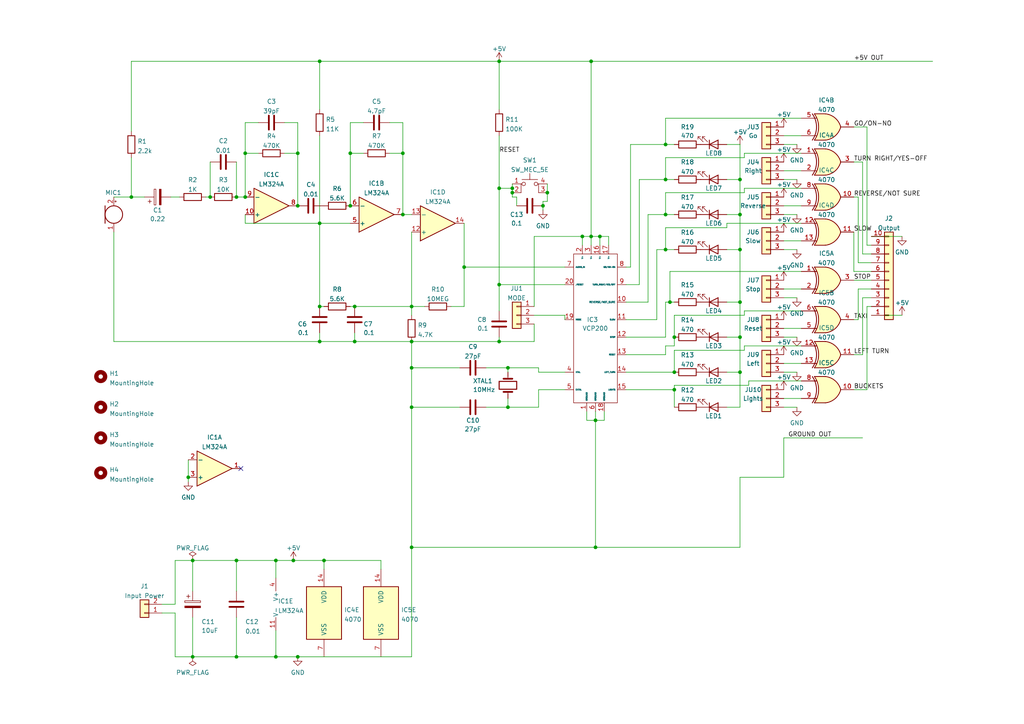
<source format=kicad_sch>
(kicad_sch (version 20211123) (generator eeschema)
  (paper "A4")
  (lib_symbols
    (symbol "4xxx:4070" (pin_names (offset 1.016))
      (property "Reference" "U" (at 0 1.27 0))
      (property "Value" "4070" (at 0 -1.27 0))
      (symbol "4070_1_0"
        (pin input line (at -7.62 2.54 0) (length 4.445) (name "~") (number "1"))
        (pin input line (at -7.62 -2.54 0) (length 4.445) (name "~") (number "2"))
        (pin output line (at 7.62 0 180) (length 3.81) (name "~") (number "3"))
      )
      (symbol "4070_2_0"
        (pin output line (at 7.62 0 180) (length 3.81) (name "~") (number "4"))
        (pin input line (at -7.62 2.54 0) (length 4.445) (name "~") (number "5"))
        (pin input line (at -7.62 -2.54 0) (length 4.445) (name "~") (number "6"))
      )
      (symbol "4070_3_0"
        (pin output line (at 7.62 0 180) (length 3.81) (name "~") (number "10"))
        (pin input line (at -7.62 2.54 0) (length 4.445) (name "~") (number "8"))
        (pin input line (at -7.62 -2.54 0) (length 4.445) (name "~") (number "9"))
      )
      (symbol "4070_4_0"
        (pin output line (at 7.62 0 180) (length 3.81) (name "~") (number "11"))
        (pin input line (at -7.62 2.54 0) (length 4.445) (name "~") (number "12"))
        (pin input line (at -7.62 -2.54 0) (length 4.445) (name "~") (number "13"))
      )
      (symbol "4070_5_0"
        (pin power_in line (at 0 12.7 270) (length 5.08) (name "VDD") (number "14"))
        (pin power_in line (at 0 -12.7 90) (length 5.08) (name "VSS") (number "7"))
      )
    )
    (symbol "Amplifier_Operational:LM324A" (pin_names (offset 0.127))
      (property "Reference" "U" (at 0 5.08 0))
      (property "Value" "LM324A" (at 0 -5.08 0))
      (symbol "LM324A_1_1"
        (pin output line (at 7.62 0 180) (length 2.54) (name "~") (number "1"))
        (pin input line (at -7.62 -2.54 0) (length 2.54) (name "-") (number "2"))
        (pin input line (at -7.62 2.54 0) (length 2.54) (name "+") (number "3"))
      )
      (symbol "LM324A_2_1"
        (pin input line (at -7.62 2.54 0) (length 2.54) (name "+") (number "5"))
        (pin input line (at -7.62 -2.54 0) (length 2.54) (name "-") (number "6"))
        (pin output line (at 7.62 0 180) (length 2.54) (name "~") (number "7"))
      )
      (symbol "LM324A_3_1"
        (pin input line (at -7.62 2.54 0) (length 2.54) (name "+") (number "10"))
        (pin output line (at 7.62 0 180) (length 2.54) (name "~") (number "8"))
        (pin input line (at -7.62 -2.54 0) (length 2.54) (name "-") (number "9"))
      )
      (symbol "LM324A_4_1"
        (pin input line (at -7.62 2.54 0) (length 2.54) (name "+") (number "12"))
        (pin input line (at -7.62 -2.54 0) (length 2.54) (name "-") (number "13"))
        (pin output line (at 7.62 0 180) (length 2.54) (name "~") (number "14"))
      )
      (symbol "LM324A_5_1"
        (pin power_in line (at -2.54 -7.62 90) (length 3.81) (name "V-") (number "11"))
        (pin power_in line (at -2.54 7.62 270) (length 3.81) (name "V+") (number "4"))
      )
    )
    (symbol "Connector_Generic:Conn_01x02" (pin_names (offset 1.016) hide)
      (property "Reference" "J" (at 0 2.54 0))
      (property "Value" "Conn_01x02" (at 0 -5.08 0))
      (symbol "Conn_01x02_1_1"
        (pin passive line (at -5.08 0 0) (length 3.81) (name "Pin_1") (number "1"))
        (pin passive line (at -5.08 -2.54 0) (length 3.81) (name "Pin_2") (number "2"))
      )
    )
    (symbol "Connector_Generic:Conn_01x03" (pin_names (offset 1.016) hide)
      (property "Reference" "J" (at 0 5.08 0))
      (property "Value" "Conn_01x03" (at 0 -5.08 0))
      (symbol "Conn_01x03_1_1"
        (pin passive line (at -5.08 2.54 0) (length 3.81) (name "Pin_1") (number "1"))
        (pin passive line (at -5.08 0 0) (length 3.81) (name "Pin_2") (number "2"))
        (pin passive line (at -5.08 -2.54 0) (length 3.81) (name "Pin_3") (number "3"))
      )
    )
    (symbol "Connector_Generic:Conn_01x10" (pin_names (offset 1.016) hide)
      (property "Reference" "J" (at 0 12.7 0))
      (property "Value" "Conn_01x10" (at 0 -15.24 0))
      (symbol "Conn_01x10_1_1"
        (pin passive line (at -5.08 10.16 0) (length 3.81) (name "Pin_1") (number "1"))
        (pin passive line (at -5.08 -12.7 0) (length 3.81) (name "Pin_10") (number "10"))
        (pin passive line (at -5.08 7.62 0) (length 3.81) (name "Pin_2") (number "2"))
        (pin passive line (at -5.08 5.08 0) (length 3.81) (name "Pin_3") (number "3"))
        (pin passive line (at -5.08 2.54 0) (length 3.81) (name "Pin_4") (number "4"))
        (pin passive line (at -5.08 0 0) (length 3.81) (name "Pin_5") (number "5"))
        (pin passive line (at -5.08 -2.54 0) (length 3.81) (name "Pin_6") (number "6"))
        (pin passive line (at -5.08 -5.08 0) (length 3.81) (name "Pin_7") (number "7"))
        (pin passive line (at -5.08 -7.62 0) (length 3.81) (name "Pin_8") (number "8"))
        (pin passive line (at -5.08 -10.16 0) (length 3.81) (name "Pin_9") (number "9"))
      )
    )
    (symbol "Device:C" (pin_numbers hide) (pin_names (offset 0.254))
      (property "Reference" "C" (at 0.635 2.54 0))
      (property "Value" "C" (at 0.635 -2.54 0))
      (symbol "C_1_1"
        (pin passive line (at 0 3.81 270) (length 2.794) (name "~") (number "1"))
        (pin passive line (at 0 -3.81 90) (length 2.794) (name "~") (number "2"))
      )
    )
    (symbol "Device:C_Polarized" (pin_numbers hide) (pin_names (offset 0.254))
      (property "Reference" "C" (at 0.635 2.54 0))
      (property "Value" "C_Polarized" (at 0.635 -2.54 0))
      (symbol "C_Polarized_1_1"
        (pin passive line (at 0 3.81 270) (length 2.794) (name "~") (number "1"))
        (pin passive line (at 0 -3.81 90) (length 2.794) (name "~") (number "2"))
      )
    )
    (symbol "Device:Crystal" (pin_numbers hide) (pin_names (offset 1.016) hide)
      (property "Reference" "Y" (at 0 3.81 0))
      (property "Value" "Crystal" (at 0 -3.81 0))
      (symbol "Crystal_1_1"
        (pin passive line (at -3.81 0 0) (length 1.27) (name "1") (number "1"))
        (pin passive line (at 3.81 0 180) (length 1.27) (name "2") (number "2"))
      )
    )
    (symbol "Device:LED" (pin_numbers hide) (pin_names (offset 1.016) hide)
      (property "Reference" "D" (at 0 2.54 0))
      (property "Value" "LED" (at 0 -2.54 0))
      (symbol "LED_1_1"
        (pin passive line (at -3.81 0 0) (length 2.54) (name "K") (number "1"))
        (pin passive line (at 3.81 0 180) (length 2.54) (name "A") (number "2"))
      )
    )
    (symbol "Device:Microphone" (pin_names (offset 0.0254) hide)
      (property "Reference" "MK" (at -3.81 1.27 0))
      (property "Value" "Microphone" (at -3.81 -0.635 0))
      (symbol "Microphone_1_1"
        (pin passive line (at 0 -5.08 90) (length 2.54) (name "-") (number "1"))
        (pin passive line (at 0 5.08 270) (length 2.54) (name "+") (number "2"))
      )
    )
    (symbol "Device:R" (pin_numbers hide) (pin_names (offset 0))
      (property "Reference" "R" (at 2.032 0 90))
      (property "Value" "R" (at 0 0 90))
      (symbol "R_1_1"
        (pin passive line (at 0 3.81 270) (length 1.27) (name "~") (number "1"))
        (pin passive line (at 0 -3.81 90) (length 1.27) (name "~") (number "2"))
      )
    )
    (symbol "Evan's misc parts:VCP200"
      (property "Reference" "U" (at 0 0 0))
      (property "Value" "VCP200" (at 0 -2.54 0))
      (symbol "VCP200_1_1"
        (pin power_in line (at -2.54 -26.67 90) (length 2.54) (name "GROUND") (number "1"))
        (pin output line (at 8.89 5.08 180) (length 2.54) (name "REVERSE/NOT_SURE") (number "10"))
        (pin output line (at 8.89 0 180) (length 2.54) (name "SLOW") (number "11"))
        (pin output line (at 8.89 -5.08 180) (length 2.54) (name "STOP") (number "12"))
        (pin output line (at 8.89 -10.16 180) (length 2.54) (name "RESET") (number "13"))
        (pin output line (at 8.89 -15.24 180) (length 2.54) (name "LEFT_TURN") (number "14"))
        (pin output line (at 8.89 -20.32 180) (length 2.54) (name "LIGHTS") (number "15"))
        (pin power_in line (at 1.27 21.59 270) (length 2.54) (name "V+") (number "16"))
        (pin power_in line (at 3.81 21.59 270) (length 2.54) (name "V+") (number "17"))
        (pin power_in line (at 2.54 -26.67 90) (length 2.54) (name "GROUND") (number "18"))
        (pin input line (at -8.89 0 0) (length 2.54) (name "MODE") (number "19"))
        (pin power_in line (at -3.81 21.59 270) (length 2.54) (name "V+") (number "2"))
        (pin input line (at -8.89 10.16 0) (length 2.54) (name "/RESET") (number "20"))
        (pin power_in line (at -1.27 21.59 270) (length 2.54) (name "V+") (number "3"))
        (pin bidirectional line (at -8.89 -15.24 0) (length 2.54) (name "XTAL") (number "4"))
        (pin bidirectional line (at -8.89 -20.32 0) (length 2.54) (name "EXTAL") (number "5"))
        (pin power_in line (at 0 -26.67 90) (length 2.54) (name "GROUND") (number "6"))
        (pin input line (at -8.89 15.24 0) (length 2.54) (name "AUDIO_IN") (number "7"))
        (pin output line (at 8.89 15.24 180) (length 2.54) (name "GO/NO-ON") (number "8"))
        (pin output line (at 8.89 10.16 180) (length 2.54) (name "TURN_RIGHT/YES/OFF") (number "9"))
      )
    )
    (symbol "Mechanical:MountingHole" (pin_names (offset 1.016))
      (property "Reference" "H" (at 0 5.08 0))
      (property "Value" "MountingHole" (at 0 3.175 0))
    )
    (symbol "Switch:SW_MEC_5E" (pin_names (offset 1.016) hide)
      (property "Reference" "SW" (at 0.635 5.715 0))
      (property "Value" "SW_MEC_5E" (at 0 -3.175 0))
      (symbol "SW_MEC_5E_0_1"
        (pin passive line (at -5.08 2.54 0) (length 2.54) (name "1") (number "1"))
        (pin passive line (at -5.08 0 0) (length 2.54) (name "2") (number "2"))
        (pin passive line (at 5.08 0 180) (length 2.54) (name "K") (number "3"))
        (pin passive line (at 5.08 2.54 180) (length 2.54) (name "A") (number "4"))
      )
    )
    (symbol "power:+5V" (power) (pin_names (offset 0))
      (property "Value" "+5V" (at 0 3.556 0))
      (symbol "+5V_1_1"
        (pin power_in line (at 0 0 90) (length 0) hide (name "+5V") (number "1"))
      )
    )
    (symbol "power:GND" (power) (pin_names (offset 0))
      (property "Value" "GND" (at 0 -3.81 0))
      (symbol "GND_1_1"
        (pin power_in line (at 0 0 270) (length 0) hide (name "GND") (number "1"))
      )
    )
    (symbol "power:PWR_FLAG" (power) (pin_numbers hide) (pin_names (offset 0) hide)
      (property "Value" "PWR_FLAG" (at 0 3.81 0))
      (symbol "PWR_FLAG_0_0"
        (pin power_out line (at 0 0 90) (length 0) (name "pwr") (number "1"))
      )
    )
  )
  (junction (at 68.58 57.15))
  (junction (at 214.63 97.79))
  (junction (at 193.04 62.23))
  (junction (at 158.75 55.88))
  (junction (at 214.63 52.07))
  (junction (at 144.78 82.55))
  (junction (at 134.62 77.47))
  (junction (at 193.04 41.91))
  (junction (at 195.58 97.79))
  (junction (at 171.45 17.78))
  (junction (at 147.32 118.11))
  (junction (at 119.38 99.06))
  (junction (at 86.36 190.5))
  (junction (at 92.71 88.9))
  (junction (at 195.58 113.03))
  (junction (at 86.36 44.45))
  (junction (at 193.04 72.39))
  (junction (at 92.71 64.77))
  (junction (at 214.63 87.63))
  (junction (at 55.88 190.5))
  (junction (at 60.96 57.15))
  (junction (at 80.01 162.56))
  (junction (at 102.87 88.9))
  (junction (at 193.04 52.07))
  (junction (at 172.72 121.92))
  (junction (at 116.84 44.45))
  (junction (at 214.63 107.95))
  (junction (at 68.58 190.5))
  (junction (at 157.48 59.69))
  (junction (at 92.71 17.78))
  (junction (at 194.31 87.63))
  (junction (at 173.99 68.58))
  (junction (at 102.87 99.06))
  (junction (at 68.58 162.56))
  (junction (at 214.63 62.23))
  (junction (at 195.58 107.95))
  (junction (at 54.61 138.43))
  (junction (at 171.45 68.58))
  (junction (at 214.63 72.39))
  (junction (at 119.38 88.9))
  (junction (at 71.12 57.15))
  (junction (at 101.6 44.45))
  (junction (at 86.36 59.69))
  (junction (at 80.01 190.5))
  (junction (at 116.84 62.23))
  (junction (at 172.72 158.75))
  (junction (at 71.12 44.45))
  (junction (at 148.59 55.88))
  (junction (at 55.88 162.56))
  (junction (at 119.38 106.68))
  (junction (at 101.6 59.69))
  (junction (at 168.91 68.58))
  (junction (at 38.1 57.15))
  (junction (at 119.38 118.11))
  (junction (at 147.32 106.68))
  (junction (at 144.78 54.61))
  (junction (at 144.78 99.06))
  (junction (at 92.71 99.06))
  (junction (at 144.78 17.78))
  (junction (at 93.98 162.56))
  (junction (at 85.09 162.56))
  (junction (at 119.38 158.75))
  (junction (at 148.59 54.61))
  (no_connect (at 69.85 135.89))
  (wire (pts (xy 82.55 44.45) (xy 86.36 44.45)))
  (wire (pts (xy 140.97 118.11) (xy 147.32 118.11)))
  (wire (pts (xy 80.01 162.56) (xy 80.01 167.64)))
  (wire (pts (xy 193.04 100.33) (xy 193.04 102.87)))
  (wire (pts (xy 144.78 31.75) (xy 144.78 17.78)))
  (wire (pts (xy 214.63 87.63) (xy 214.63 97.79)))
  (wire (pts (xy 247.65 92.71) (xy 248.92 92.71)))
  (wire (pts (xy 170.18 119.38) (xy 170.18 121.92)))
  (wire (pts (xy 193.04 45.72) (xy 193.04 52.07)))
  (wire (pts (xy 172.72 121.92) (xy 172.72 158.75)))
  (wire (pts (xy 215.9 55.88) (xy 193.04 55.88)))
  (wire (pts (xy 251.46 88.9) (xy 251.46 113.03)))
  (wire (pts (xy 119.38 158.75) (xy 119.38 190.5)))
  (wire (pts (xy 227.33 83.82) (xy 232.41 83.82)))
  (wire (pts (xy 101.6 59.69) (xy 101.6 44.45)))
  (wire (pts (xy 251.46 71.12) (xy 251.46 36.83)))
  (wire (pts (xy 68.58 190.5) (xy 55.88 190.5)))
  (wire (pts (xy 195.58 41.91) (xy 193.04 41.91)))
  (wire (pts (xy 195.58 118.11) (xy 195.58 113.03)))
  (wire (pts (xy 250.19 46.99) (xy 250.19 73.66)))
  (wire (pts (xy 215.9 101.6) (xy 195.58 101.6)))
  (wire (pts (xy 33.02 99.06) (xy 92.71 99.06)))
  (wire (pts (xy 193.04 72.39) (xy 190.5 72.39)))
  (wire (pts (xy 173.99 68.58) (xy 173.99 71.12)))
  (wire (pts (xy 119.38 88.9) (xy 123.19 88.9)))
  (wire (pts (xy 250.19 86.36) (xy 250.19 102.87)))
  (wire (pts (xy 46.99 175.26) (xy 50.8 175.26)))
  (wire (pts (xy 86.36 190.5) (xy 119.38 190.5)))
  (wire (pts (xy 190.5 72.39) (xy 190.5 92.71)))
  (wire (pts (xy 50.8 177.8) (xy 50.8 190.5)))
  (wire (pts (xy 101.6 44.45) (xy 101.6 35.56)))
  (wire (pts (xy 144.78 82.55) (xy 163.83 82.55)))
  (wire (pts (xy 163.83 107.95) (xy 156.21 107.95)))
  (wire (pts (xy 215.9 44.45) (xy 215.9 45.72)))
  (wire (pts (xy 144.78 54.61) (xy 148.59 54.61)))
  (wire (pts (xy 176.53 68.58) (xy 176.53 71.12)))
  (wire (pts (xy 113.03 35.56) (xy 116.84 35.56)))
  (wire (pts (xy 175.26 121.92) (xy 172.72 121.92)))
  (wire (pts (xy 248.92 83.82) (xy 248.92 92.71)))
  (wire (pts (xy 157.48 58.42) (xy 158.75 58.42)))
  (wire (pts (xy 147.32 106.68) (xy 147.32 107.95)))
  (wire (pts (xy 193.04 87.63) (xy 193.04 97.79)))
  (wire (pts (xy 195.58 113.03) (xy 181.61 113.03)))
  (wire (pts (xy 215.9 54.61) (xy 215.9 55.88)))
  (wire (pts (xy 195.58 62.23) (xy 193.04 62.23)))
  (wire (pts (xy 116.84 35.56) (xy 116.84 44.45)))
  (wire (pts (xy 182.88 77.47) (xy 181.61 77.47)))
  (wire (pts (xy 227.33 105.41) (xy 232.41 105.41)))
  (wire (pts (xy 92.71 88.9) (xy 93.98 88.9)))
  (wire (pts (xy 210.82 66.04) (xy 193.04 66.04)))
  (wire (pts (xy 163.83 91.44) (xy 163.83 92.71)))
  (wire (pts (xy 119.38 118.11) (xy 133.35 118.11)))
  (wire (pts (xy 252.73 78.74) (xy 247.65 78.74)))
  (wire (pts (xy 252.73 71.12) (xy 251.46 71.12)))
  (wire (pts (xy 227.33 41.91) (xy 231.14 41.91)))
  (wire (pts (xy 134.62 64.77) (xy 134.62 77.47)))
  (wire (pts (xy 156.21 118.11) (xy 147.32 118.11)))
  (wire (pts (xy 93.98 162.56) (xy 93.98 165.1)))
  (wire (pts (xy 227.33 39.37) (xy 232.41 39.37)))
  (wire (pts (xy 156.21 113.03) (xy 156.21 118.11)))
  (wire (pts (xy 154.94 88.9) (xy 154.94 68.58)))
  (wire (pts (xy 119.38 99.06) (xy 119.38 106.68)))
  (wire (pts (xy 170.18 121.92) (xy 172.72 121.92)))
  (wire (pts (xy 80.01 190.5) (xy 86.36 190.5)))
  (wire (pts (xy 102.87 96.52) (xy 102.87 99.06)))
  (wire (pts (xy 130.81 88.9) (xy 134.62 88.9)))
  (wire (pts (xy 50.8 175.26) (xy 50.8 162.56)))
  (wire (pts (xy 54.61 138.43) (xy 54.61 139.7)))
  (wire (pts (xy 194.31 78.74) (xy 194.31 87.63)))
  (wire (pts (xy 232.41 78.74) (xy 194.31 78.74)))
  (wire (pts (xy 102.87 99.06) (xy 119.38 99.06)))
  (wire (pts (xy 71.12 35.56) (xy 71.12 44.45)))
  (wire (pts (xy 252.73 83.82) (xy 248.92 83.82)))
  (wire (pts (xy 92.71 39.37) (xy 92.71 64.77)))
  (wire (pts (xy 250.19 73.66) (xy 252.73 73.66)))
  (wire (pts (xy 193.04 97.79) (xy 181.61 97.79)))
  (wire (pts (xy 215.9 90.17) (xy 215.9 91.44)))
  (wire (pts (xy 227.33 86.36) (xy 231.14 86.36)))
  (wire (pts (xy 134.62 77.47) (xy 163.83 77.47)))
  (wire (pts (xy 119.38 158.75) (xy 172.72 158.75)))
  (wire (pts (xy 55.88 162.56) (xy 68.58 162.56)))
  (wire (pts (xy 68.58 179.07) (xy 68.58 190.5)))
  (wire (pts (xy 68.58 162.56) (xy 68.58 171.45)))
  (wire (pts (xy 55.88 162.56) (xy 55.88 171.45)))
  (wire (pts (xy 68.58 46.99) (xy 68.58 57.15)))
  (wire (pts (xy 59.69 57.15) (xy 60.96 57.15)))
  (wire (pts (xy 86.36 44.45) (xy 86.36 59.69)))
  (wire (pts (xy 119.38 106.68) (xy 133.35 106.68)))
  (wire (pts (xy 158.75 55.88) (xy 158.75 58.42)))
  (wire (pts (xy 215.9 91.44) (xy 195.58 91.44)))
  (wire (pts (xy 93.98 162.56) (xy 85.09 162.56)))
  (wire (pts (xy 92.71 64.77) (xy 92.71 88.9)))
  (wire (pts (xy 252.73 86.36) (xy 250.19 86.36)))
  (wire (pts (xy 101.6 35.56) (xy 105.41 35.56)))
  (wire (pts (xy 38.1 57.15) (xy 41.91 57.15)))
  (wire (pts (xy 193.04 62.23) (xy 187.96 62.23)))
  (wire (pts (xy 195.58 87.63) (xy 194.31 87.63)))
  (wire (pts (xy 227.33 59.69) (xy 232.41 59.69)))
  (wire (pts (xy 80.01 190.5) (xy 68.58 190.5)))
  (wire (pts (xy 71.12 64.77) (xy 92.71 64.77)))
  (wire (pts (xy 215.9 45.72) (xy 193.04 45.72)))
  (wire (pts (xy 49.53 57.15) (xy 52.07 57.15)))
  (wire (pts (xy 144.78 17.78) (xy 171.45 17.78)))
  (wire (pts (xy 247.65 78.74) (xy 247.65 67.31)))
  (wire (pts (xy 82.55 35.56) (xy 86.36 35.56)))
  (wire (pts (xy 149.86 57.15) (xy 148.59 57.15)))
  (wire (pts (xy 247.65 57.15) (xy 248.92 57.15)))
  (wire (pts (xy 148.59 57.15) (xy 148.59 55.88)))
  (wire (pts (xy 232.41 64.77) (xy 210.82 64.77)))
  (wire (pts (xy 190.5 92.71) (xy 181.61 92.71)))
  (wire (pts (xy 227.33 127) (xy 250.19 127)))
  (wire (pts (xy 193.04 41.91) (xy 182.88 41.91)))
  (wire (pts (xy 156.21 107.95) (xy 156.21 106.68)))
  (wire (pts (xy 149.86 59.69) (xy 149.86 57.15)))
  (wire (pts (xy 50.8 162.56) (xy 55.88 162.56)))
  (wire (pts (xy 247.65 46.99) (xy 250.19 46.99)))
  (wire (pts (xy 227.33 72.39) (xy 231.14 72.39)))
  (wire (pts (xy 171.45 68.58) (xy 171.45 71.12)))
  (wire (pts (xy 214.63 52.07) (xy 210.82 52.07)))
  (wire (pts (xy 195.58 91.44) (xy 195.58 97.79)))
  (wire (pts (xy 214.63 138.43) (xy 214.63 158.75)))
  (wire (pts (xy 86.36 35.56) (xy 86.36 44.45)))
  (wire (pts (xy 227.33 118.11) (xy 231.14 118.11)))
  (wire (pts (xy 33.02 57.15) (xy 38.1 57.15)))
  (wire (pts (xy 232.41 110.49) (xy 217.17 110.49)))
  (wire (pts (xy 154.94 91.44) (xy 163.83 91.44)))
  (wire (pts (xy 147.32 115.57) (xy 147.32 118.11)))
  (wire (pts (xy 214.63 52.07) (xy 214.63 62.23)))
  (wire (pts (xy 101.6 44.45) (xy 105.41 44.45)))
  (wire (pts (xy 252.73 88.9) (xy 251.46 88.9)))
  (wire (pts (xy 195.58 100.33) (xy 193.04 100.33)))
  (wire (pts (xy 214.63 62.23) (xy 214.63 72.39)))
  (wire (pts (xy 227.33 115.57) (xy 232.41 115.57)))
  (wire (pts (xy 116.84 62.23) (xy 116.84 44.45)))
  (wire (pts (xy 110.49 165.1) (xy 110.49 162.56)))
  (wire (pts (xy 157.48 58.42) (xy 157.48 59.69)))
  (wire (pts (xy 215.9 100.33) (xy 215.9 101.6)))
  (wire (pts (xy 156.21 106.68) (xy 147.32 106.68)))
  (wire (pts (xy 168.91 68.58) (xy 171.45 68.58)))
  (wire (pts (xy 60.96 46.99) (xy 60.96 57.15)))
  (wire (pts (xy 38.1 17.78) (xy 92.71 17.78)))
  (wire (pts (xy 173.99 68.58) (xy 176.53 68.58)))
  (wire (pts (xy 38.1 38.1) (xy 38.1 17.78)))
  (wire (pts (xy 227.33 62.23) (xy 231.14 62.23)))
  (wire (pts (xy 185.42 52.07) (xy 185.42 82.55)))
  (wire (pts (xy 214.63 107.95) (xy 210.82 107.95)))
  (wire (pts (xy 154.94 68.58) (xy 168.91 68.58)))
  (wire (pts (xy 33.02 67.31) (xy 33.02 99.06)))
  (wire (pts (xy 214.63 72.39) (xy 214.63 87.63)))
  (wire (pts (xy 227.33 52.07) (xy 231.14 52.07)))
  (wire (pts (xy 195.58 111.76) (xy 195.58 113.03)))
  (wire (pts (xy 217.17 110.49) (xy 217.17 111.76)))
  (wire (pts (xy 195.58 72.39) (xy 193.04 72.39)))
  (wire (pts (xy 193.04 66.04) (xy 193.04 72.39)))
  (wire (pts (xy 252.73 91.44) (xy 261.62 91.44)))
  (wire (pts (xy 227.33 138.43) (xy 214.63 138.43)))
  (wire (pts (xy 157.48 59.69) (xy 157.48 60.96)))
  (wire (pts (xy 119.38 67.31) (xy 119.38 88.9)))
  (wire (pts (xy 214.63 62.23) (xy 210.82 62.23)))
  (wire (pts (xy 144.78 39.37) (xy 144.78 54.61)))
  (wire (pts (xy 171.45 17.78) (xy 171.45 68.58)))
  (wire (pts (xy 71.12 62.23) (xy 71.12 64.77)))
  (wire (pts (xy 54.61 133.35) (xy 54.61 138.43)))
  (wire (pts (xy 74.93 35.56) (xy 71.12 35.56)))
  (wire (pts (xy 46.99 177.8) (xy 50.8 177.8)))
  (wire (pts (xy 101.6 88.9) (xy 102.87 88.9)))
  (wire (pts (xy 80.01 162.56) (xy 85.09 162.56)))
  (wire (pts (xy 110.49 162.56) (xy 93.98 162.56)))
  (wire (pts (xy 247.65 102.87) (xy 250.19 102.87)))
  (wire (pts (xy 214.63 158.75) (xy 172.72 158.75)))
  (wire (pts (xy 55.88 190.5) (xy 55.88 179.07)))
  (wire (pts (xy 134.62 77.47) (xy 134.62 88.9)))
  (wire (pts (xy 232.41 100.33) (xy 215.9 100.33)))
  (wire (pts (xy 171.45 17.78) (xy 270.51 17.78)))
  (wire (pts (xy 68.58 162.56) (xy 80.01 162.56)))
  (wire (pts (xy 252.73 76.2) (xy 248.92 76.2)))
  (wire (pts (xy 227.33 95.25) (xy 232.41 95.25)))
  (wire (pts (xy 232.41 90.17) (xy 215.9 90.17)))
  (wire (pts (xy 182.88 41.91) (xy 182.88 77.47)))
  (wire (pts (xy 247.65 113.03) (xy 251.46 113.03)))
  (wire (pts (xy 119.38 88.9) (xy 119.38 91.44)))
  (wire (pts (xy 232.41 54.61) (xy 215.9 54.61)))
  (wire (pts (xy 92.71 17.78) (xy 92.71 31.75)))
  (wire (pts (xy 210.82 41.91) (xy 214.63 41.91)))
  (wire (pts (xy 92.71 64.77) (xy 101.6 64.77)))
  (wire (pts (xy 232.41 34.29) (xy 193.04 34.29)))
  (wire (pts (xy 194.31 87.63) (xy 193.04 87.63)))
  (wire (pts (xy 227.33 97.79) (xy 231.14 97.79)))
  (wire (pts (xy 214.63 41.91) (xy 214.63 52.07)))
  (wire (pts (xy 195.58 107.95) (xy 181.61 107.95)))
  (wire (pts (xy 71.12 57.15) (xy 68.58 57.15)))
  (wire (pts (xy 140.97 106.68) (xy 147.32 106.68)))
  (wire (pts (xy 217.17 111.76) (xy 195.58 111.76)))
  (wire (pts (xy 116.84 44.45) (xy 113.03 44.45)))
  (wire (pts (xy 144.78 54.61) (xy 144.78 82.55)))
  (wire (pts (xy 172.72 121.92) (xy 172.72 119.38)))
  (wire (pts (xy 102.87 88.9) (xy 119.38 88.9)))
  (wire (pts (xy 181.61 102.87) (xy 193.04 102.87)))
  (wire (pts (xy 175.26 119.38) (xy 175.26 121.92)))
  (wire (pts (xy 214.63 97.79) (xy 210.82 97.79)))
  (wire (pts (xy 154.94 93.98) (xy 154.94 99.06)))
  (wire (pts (xy 119.38 99.06) (xy 144.78 99.06)))
  (wire (pts (xy 171.45 68.58) (xy 173.99 68.58)))
  (wire (pts (xy 144.78 82.55) (xy 144.78 90.17)))
  (wire (pts (xy 227.33 107.95) (xy 231.14 107.95)))
  (wire (pts (xy 148.59 53.34) (xy 148.59 54.61)))
  (wire (pts (xy 92.71 99.06) (xy 102.87 99.06)))
  (wire (pts (xy 144.78 99.06) (xy 154.94 99.06)))
  (wire (pts (xy 187.96 62.23) (xy 187.96 87.63)))
  (wire (pts (xy 214.63 72.39) (xy 210.82 72.39)))
  (wire (pts (xy 195.58 101.6) (xy 195.58 107.95)))
  (wire (pts (xy 227.33 127) (xy 227.33 138.43)))
  (wire (pts (xy 144.78 97.79) (xy 144.78 99.06)))
  (wire (pts (xy 163.83 113.03) (xy 156.21 113.03)))
  (wire (pts (xy 119.38 106.68) (xy 119.38 118.11)))
  (wire (pts (xy 148.59 54.61) (xy 148.59 55.88)))
  (wire (pts (xy 193.04 55.88) (xy 193.04 62.23)))
  (wire (pts (xy 92.71 96.52) (xy 92.71 99.06)))
  (wire (pts (xy 232.41 44.45) (xy 215.9 44.45)))
  (wire (pts (xy 214.63 118.11) (xy 210.82 118.11)))
  (wire (pts (xy 214.63 107.95) (xy 214.63 118.11)))
  (wire (pts (xy 193.04 34.29) (xy 193.04 41.91)))
  (wire (pts (xy 248.92 76.2) (xy 248.92 57.15)))
  (wire (pts (xy 119.38 62.23) (xy 116.84 62.23)))
  (wire (pts (xy 38.1 57.15) (xy 38.1 45.72)))
  (wire (pts (xy 195.58 97.79) (xy 195.58 100.33)))
  (wire (pts (xy 119.38 118.11) (xy 119.38 158.75)))
  (wire (pts (xy 214.63 97.79) (xy 214.63 107.95)))
  (wire (pts (xy 195.58 52.07) (xy 193.04 52.07)))
  (wire (pts (xy 210.82 64.77) (xy 210.82 66.04)))
  (wire (pts (xy 71.12 44.45) (xy 74.93 44.45)))
  (wire (pts (xy 80.01 182.88) (xy 80.01 190.5)))
  (wire (pts (xy 193.04 52.07) (xy 185.42 52.07)))
  (wire (pts (xy 247.65 81.28) (xy 252.73 81.28)))
  (wire (pts (xy 247.65 36.83) (xy 251.46 36.83)))
  (wire (pts (xy 168.91 68.58) (xy 168.91 71.12)))
  (wire (pts (xy 71.12 57.15) (xy 71.12 44.45)))
  (wire (pts (xy 185.42 82.55) (xy 181.61 82.55)))
  (wire (pts (xy 158.75 53.34) (xy 158.75 55.88)))
  (wire (pts (xy 187.96 87.63) (xy 181.61 87.63)))
  (wire (pts (xy 50.8 190.5) (xy 55.88 190.5)))
  (wire (pts (xy 227.33 49.53) (xy 232.41 49.53)))
  (wire (pts (xy 227.33 69.85) (xy 232.41 69.85)))
  (wire (pts (xy 252.73 68.58) (xy 261.62 68.58)))
  (wire (pts (xy 214.63 87.63) (xy 210.82 87.63)))
  (wire (pts (xy 144.78 17.78) (xy 92.71 17.78)))
  (label "TAXI" (at 247.65 92.71 0))
  (label "BUCKETS" (at 247.65 113.03 0))
  (label "GO{slash}ON-NO" (at 247.65 36.83 0))
  (label "SLOW" (at 247.65 67.31 0))
  (label "TURN RIGHT{slash}YES-OFF" (at 247.65 46.99 0))
  (label "+5V OUT" (at 247.65 17.78 0))
  (label "RESET" (at 144.78 44.45 0))
  (label "LEFT TURN" (at 247.65 102.87 0))
  (label "REVERSE{slash}NOT SURE" (at 247.65 57.15 0))
  (label "GROUND OUT" (at 228.6 127 0))
  (label "STOP" (at 247.65 81.28 0))
  (symbol (lib_id "Amplifier_Operational:LM324A") (at 78.74 59.69 0) (mirror x) (unit 3)
    (property "Reference" "IC1" (at 78.74 50.6435 0))
    (property "Value" "LM324A" (at 78.74 53.4186 0))
    (property "Footprint" "Package_DIP:DIP-14_W7.62mm" (effects hide))
    (property "Datasheet" "http://www.ti.com/lit/ds/symlink/lm2902-n.pdf" (effects hide))
  )
  (symbol (lib_id "Device:LED") (at 207.01 41.91 0) (mirror x) (unit 1)
    (property "Reference" "LED8" (at 207.01 44.45 0))
    (property "Value" "LED" (effects hide))
    (property "Footprint" "LED_SMD:LED_0603_1608Metric" (effects hide))
  )
  (symbol (lib_id "power:+5V") (at 227.33 46.99 0) (unit 1)
    (property "Reference" "#PWR0114" (effects hide))
    (property "Value" "+5V" (at 227.33 43.3855 0))
  )
  (symbol (lib_id "Device:C") (at 64.77 46.99 90) (unit 1)
    (property "Reference" "C2" (at 64.77 40.8645 90))
    (property "Value" "0.01" (at 64.77 43.6396 90))
    (property "Footprint" "Capacitor_THT:C_Disc_D4.3mm_W1.9mm_P5.00mm" (effects hide))
  )
  (symbol (lib_id "Device:R") (at 199.39 118.11 90) (unit 1)
    (property "Reference" "R12" (at 199.39 113.1275 90))
    (property "Value" "470" (at 199.39 115.9026 90))
    (property "Footprint" "Resistor_SMD:R_0603_1608Metric" (effects hide))
  )
  (symbol (lib_id "power:GND") (at 54.61 139.7 0) (unit 1)
    (property "Reference" "#PWR0101" (effects hide))
    (property "Value" "GND" (at 54.61 144.2625 0))
  )
  (symbol (lib_id "Device:R") (at 127 88.9 90) (unit 1)
    (property "Reference" "R10" (at 127 83.9175 90))
    (property "Value" "10MEG" (at 127 86.6926 90))
    (property "Footprint" "Resistor_THT:R_Axial_DIN0207_L6.3mm_D2.5mm_P10.16mm_Horizontal" (effects hide))
  )
  (symbol (lib_id "Switch:SW_MEC_5E") (at 153.67 55.88 0) (unit 1)
    (property "Reference" "SW1" (at 153.67 46.4525 0))
    (property "Value" "SW_MEC_5E" (at 153.67 49.2276 0))
    (property "Footprint" "Button_Switch_THT:SW_TH_Tactile_Omron_B3F-10xx" (effects hide))
    (property "Datasheet" "http://www.apem.com/int/index.php?controller=attachment&id_attachment=1371" (effects hide))
  )
  (symbol (lib_id "Connector_Generic:Conn_01x03") (at 222.25 95.25 0) (mirror y) (unit 1)
    (property "Reference" "JU8" (at 218.44 92.71 0))
    (property "Value" "Reset" (at 218.44 95.25 0))
    (property "Footprint" "Connector_PinHeader_2.54mm:PinHeader_1x03_P2.54mm_Vertical" (effects hide))
  )
  (symbol (lib_id "power:GND") (at 231.14 118.11 0) (unit 1)
    (property "Reference" "#PWR0123" (effects hide))
    (property "Value" "GND" (at 231.14 122.6725 0))
  )
  (symbol (lib_id "Device:R") (at 78.74 44.45 90) (unit 1)
    (property "Reference" "R4" (at 78.74 39.4675 90))
    (property "Value" "470K" (at 78.74 42.2426 90))
    (property "Footprint" "Resistor_THT:R_Axial_DIN0207_L6.3mm_D2.5mm_P10.16mm_Horizontal" (effects hide))
  )
  (symbol (lib_id "Device:C") (at 90.17 59.69 90) (unit 1)
    (property "Reference" "C4" (at 90.17 53.5645 90))
    (property "Value" "0.01" (at 90.17 56.3396 90))
    (property "Footprint" "Capacitor_THT:C_Disc_D4.3mm_W1.9mm_P5.00mm" (effects hide))
  )
  (symbol (lib_id "power:+5V") (at 227.33 67.31 0) (unit 1)
    (property "Reference" "#PWR0112" (effects hide))
    (property "Value" "+5V" (at 227.33 63.7055 0))
  )
  (symbol (lib_id "power:GND") (at 261.62 68.58 0) (unit 1)
    (property "Reference" "#PWR0105" (effects hide))
    (property "Value" "GND" (at 261.62 73.1425 0))
  )
  (symbol (lib_id "Device:R") (at 55.88 57.15 90) (unit 1)
    (property "Reference" "R2" (at 55.88 52.1675 90))
    (property "Value" "1K" (at 55.88 54.9426 90))
    (property "Footprint" "Resistor_THT:R_Axial_DIN0207_L6.3mm_D2.5mm_P10.16mm_Horizontal" (effects hide))
  )
  (symbol (lib_id "Mechanical:MountingHole") (at 29.21 127 0) (unit 1)
    (property "Reference" "H3" (at 31.75 126.0915 0) (effects (justify left)))
    (property "Value" "MountingHole" (at 31.75 128.8666 0) (effects (justify left)))
    (property "Footprint" "MountingHole:MountingHole_3.2mm_M3" (effects hide))
  )
  (symbol (lib_id "power:PWR_FLAG") (at 55.88 162.56 0) (unit 1)
    (property "Reference" "#FLG0102" (effects hide))
    (property "Value" "PWR_FLAG" (at 55.88 158.9555 0))
  )
  (symbol (lib_id "Device:R") (at 199.39 107.95 90) (unit 1)
    (property "Reference" "R13" (at 199.39 102.9675 90))
    (property "Value" "470" (at 199.39 105.7426 90))
    (property "Footprint" "Resistor_SMD:R_0603_1608Metric" (effects hide))
  )
  (symbol (lib_id "Amplifier_Operational:LM324A") (at 127 64.77 0) (mirror x) (unit 4)
    (property "Reference" "IC1" (at 127 55.7235 0))
    (property "Value" "LM324A" (at 127 58.4986 0))
    (property "Footprint" "Package_DIP:DIP-14_W7.62mm" (effects hide))
    (property "Datasheet" "http://www.ti.com/lit/ds/symlink/lm2902-n.pdf" (effects hide))
  )
  (symbol (lib_id "Device:R") (at 109.22 44.45 90) (unit 1)
    (property "Reference" "R7" (at 109.22 39.4675 90))
    (property "Value" "470K" (at 109.22 42.2426 90))
    (property "Footprint" "Resistor_THT:R_Axial_DIN0207_L6.3mm_D2.5mm_P10.16mm_Horizontal" (effects hide))
  )
  (symbol (lib_id "power:GND") (at 231.14 52.07 0) (unit 1)
    (property "Reference" "#PWR0116" (effects hide))
    (property "Value" "GND" (at 231.14 56.6325 0))
  )
  (symbol (lib_id "Device:C") (at 137.16 106.68 90) (unit 1)
    (property "Reference" "C9" (at 137.16 100.5545 90))
    (property "Value" "27pF" (at 137.16 103.3296 90))
    (property "Footprint" "Capacitor_THT:C_Disc_D4.3mm_W1.9mm_P5.00mm" (effects hide))
  )
  (symbol (lib_id "Device:LED") (at 207.01 52.07 0) (mirror x) (unit 1)
    (property "Reference" "LED7" (at 207.01 54.61 0))
    (property "Value" "LED" (effects hide))
    (property "Footprint" "LED_SMD:LED_0603_1608Metric" (effects hide))
  )
  (symbol (lib_id "Connector_Generic:Conn_01x03") (at 222.25 49.53 0) (mirror y) (unit 1)
    (property "Reference" "JU4" (at 218.44 46.99 0))
    (property "Value" "Right" (at 218.44 49.53 0))
    (property "Footprint" "Connector_PinHeader_2.54mm:PinHeader_1x03_P2.54mm_Vertical" (effects hide))
  )
  (symbol (lib_id "power:+5V") (at 227.33 36.83 0) (unit 1)
    (property "Reference" "#PWR0107" (effects hide))
    (property "Value" "+5V" (at 227.33 33.2255 0))
  )
  (symbol (lib_id "Connector_Generic:Conn_01x03") (at 222.25 69.85 0) (mirror y) (unit 1)
    (property "Reference" "JU6" (at 218.44 67.31 0))
    (property "Value" "Slow" (at 218.44 69.85 0))
    (property "Footprint" "Connector_PinHeader_2.54mm:PinHeader_1x03_P2.54mm_Vertical" (effects hide))
  )
  (symbol (lib_id "power:+5V") (at 214.63 41.91 0) (unit 1)
    (property "Reference" "#PWR0111" (effects hide))
    (property "Value" "+5V" (at 214.63 38.3055 0))
  )
  (symbol (lib_id "Connector_Generic:Conn_01x10") (at 257.81 81.28 0) (mirror x) (unit 1)
    (property "Reference" "J2" (at 257.81 63.3435 0))
    (property "Value" "Output" (at 257.81 66.1186 0))
    (property "Footprint" "Connector_PinHeader_2.54mm:PinHeader_1x10_P2.54mm_Vertical" (effects hide))
  )
  (symbol (lib_id "Device:C") (at 144.78 93.98 180) (unit 1)
    (property "Reference" "C8" (at 138.43 92.71 0) (effects (justify right)))
    (property "Value" "0.1" (at 138.43 95.25 0) (effects (justify right)))
    (property "Footprint" "Capacitor_THT:C_Disc_D4.3mm_W1.9mm_P5.00mm" (effects hide))
  )
  (symbol (lib_id "Amplifier_Operational:LM324A") (at 62.23 135.89 0) (mirror x) (unit 1)
    (property "Reference" "IC1" (at 62.23 126.8435 0))
    (property "Value" "LM324A" (at 62.23 129.6186 0))
    (property "Footprint" "Package_DIP:DIP-14_W7.62mm" (effects hide))
    (property "Datasheet" "http://www.ti.com/lit/ds/symlink/lm2902-n.pdf" (effects hide))
  )
  (symbol (lib_id "Device:Crystal") (at 147.32 111.76 90) (unit 1)
    (property "Reference" "XTAL1" (at 137.16 110.49 90) (effects (justify right)))
    (property "Value" "10MHz" (at 137.16 113.03 90) (effects (justify right)))
    (property "Footprint" "Crystal:Crystal_HC49-U_Vertical" (effects hide))
  )
  (symbol (lib_id "Device:R") (at 199.39 41.91 90) (unit 1)
    (property "Reference" "R19" (at 199.39 36.83 90))
    (property "Value" "470" (at 199.39 39.37 90))
    (property "Footprint" "Resistor_SMD:R_0603_1608Metric" (effects hide))
  )
  (symbol (lib_id "Amplifier_Operational:LM324A") (at 109.22 62.23 0) (mirror x) (unit 2)
    (property "Reference" "IC1" (at 109.22 53.1835 0))
    (property "Value" "LM324A" (at 109.22 55.9586 0))
    (property "Footprint" "Package_DIP:DIP-14_W7.62mm" (effects hide))
    (property "Datasheet" "http://www.ti.com/lit/ds/symlink/lm2902-n.pdf" (effects hide))
  )
  (symbol (lib_id "power:GND") (at 231.14 107.95 0) (unit 1)
    (property "Reference" "#PWR0120" (effects hide))
    (property "Value" "GND" (at 231.14 112.5125 0))
  )
  (symbol (lib_id "4xxx:4070") (at 93.98 177.8 0) (unit 5)
    (property "Reference" "IC4" (at 99.822 176.8915 0) (effects (justify left)))
    (property "Value" "4070" (at 99.822 179.6666 0) (effects (justify left)))
    (property "Footprint" "Package_DIP:DIP-14_W7.62mm" (effects hide))
    (property "Datasheet" "http://www.intersil.com/content/dam/Intersil/documents/cd40/cd4070bms-77bms.pdf" (effects hide))
  )
  (symbol (lib_id "Device:LED") (at 207.01 97.79 0) (mirror x) (unit 1)
    (property "Reference" "LED3" (at 207.01 100.33 0))
    (property "Value" "LED" (effects hide))
    (property "Footprint" "LED_SMD:LED_0603_1608Metric" (effects hide))
  )
  (symbol (lib_id "Device:R") (at 199.39 62.23 90) (unit 1)
    (property "Reference" "R17" (at 199.39 57.2475 90))
    (property "Value" "470" (at 199.39 60.0226 90))
    (property "Footprint" "Resistor_SMD:R_0603_1608Metric" (effects hide))
  )
  (symbol (lib_id "4xxx:4070") (at 240.03 113.03 0) (unit 3)
    (property "Reference" "IC5" (at 239.7252 105.2535 0))
    (property "Value" "4070" (at 239.7252 108.0286 0))
    (property "Footprint" "Package_DIP:DIP-14_W7.62mm" (effects hide))
    (property "Datasheet" "http://www.intersil.com/content/dam/Intersil/documents/cd40/cd4070bms-77bms.pdf" (effects hide))
  )
  (symbol (lib_id "power:+5V") (at 227.33 57.15 0) (unit 1)
    (property "Reference" "#PWR0115" (effects hide))
    (property "Value" "+5V" (at 227.33 53.5455 0))
  )
  (symbol (lib_id "Device:R") (at 92.71 35.56 180) (unit 1)
    (property "Reference" "R5" (at 94.488 34.6515 0) (effects (justify right)))
    (property "Value" "11K" (at 94.488 37.4266 0) (effects (justify right)))
    (property "Footprint" "Resistor_THT:R_Axial_DIN0207_L6.3mm_D2.5mm_P10.16mm_Horizontal" (effects hide))
  )
  (symbol (lib_id "Device:R") (at 199.39 97.79 90) (unit 1)
    (property "Reference" "R14" (at 199.39 92.8075 90))
    (property "Value" "470" (at 199.39 95.5826 90))
    (property "Footprint" "Resistor_SMD:R_0603_1608Metric" (effects hide))
  )
  (symbol (lib_id "Connector_Generic:Conn_01x03") (at 222.25 105.41 0) (mirror y) (unit 1)
    (property "Reference" "JU9" (at 218.44 102.87 0))
    (property "Value" "Left" (at 218.44 105.41 0))
    (property "Footprint" "Connector_PinHeader_2.54mm:PinHeader_1x03_P2.54mm_Vertical" (effects hide))
  )
  (symbol (lib_id "Device:C") (at 137.16 118.11 90) (unit 1)
    (property "Reference" "C10" (at 137.16 121.92 90))
    (property "Value" "27pF" (at 137.16 124.46 90))
    (property "Footprint" "Capacitor_THT:C_Disc_D4.3mm_W1.9mm_P5.00mm" (effects hide))
  )
  (symbol (lib_id "power:+5V") (at 144.78 17.78 0) (unit 1)
    (property "Reference" "#PWR0104" (effects hide))
    (property "Value" "+5V" (at 144.78 14.1755 0))
  )
  (symbol (lib_id "4xxx:4070") (at 240.03 102.87 0) (unit 4)
    (property "Reference" "IC5" (at 239.7252 95.0935 0))
    (property "Value" "4070" (at 239.7252 97.8686 0))
    (property "Footprint" "Package_DIP:DIP-14_W7.62mm" (effects hide))
    (property "Datasheet" "http://www.intersil.com/content/dam/Intersil/documents/cd40/cd4070bms-77bms.pdf" (effects hide))
  )
  (symbol (lib_id "Mechanical:MountingHole") (at 29.21 137.16 0) (unit 1)
    (property "Reference" "H4" (at 31.75 136.2515 0) (effects (justify left)))
    (property "Value" "MountingHole" (at 31.75 139.0266 0) (effects (justify left)))
    (property "Footprint" "MountingHole:MountingHole_3.2mm_M3" (effects hide))
  )
  (symbol (lib_id "Device:LED") (at 207.01 62.23 0) (mirror x) (unit 1)
    (property "Reference" "LED6" (at 207.01 64.77 0))
    (property "Value" "LED" (effects hide))
    (property "Footprint" "LED_SMD:LED_0603_1608Metric" (effects hide))
  )
  (symbol (lib_id "Device:LED") (at 207.01 87.63 0) (mirror x) (unit 1)
    (property "Reference" "LED4" (at 207.01 90.17 0))
    (property "Value" "LED" (effects hide))
    (property "Footprint" "LED_SMD:LED_0603_1608Metric" (effects hide))
  )
  (symbol (lib_id "power:+5V") (at 261.62 91.44 0) (unit 1)
    (property "Reference" "#PWR0106" (effects hide))
    (property "Value" "+5V" (at 261.62 87.8355 0))
  )
  (symbol (lib_id "Mechanical:MountingHole") (at 29.21 109.22 0) (unit 1)
    (property "Reference" "H1" (at 31.75 108.3115 0) (effects (justify left)))
    (property "Value" "MountingHole" (at 31.75 111.0866 0) (effects (justify left)))
    (property "Footprint" "MountingHole:MountingHole_3.2mm_M3" (effects hide))
  )
  (symbol (lib_id "power:+5V") (at 227.33 113.03 0) (unit 1)
    (property "Reference" "#PWR0118" (effects hide))
    (property "Value" "+5V" (at 227.33 109.4255 0))
  )
  (symbol (lib_id "power:GND") (at 157.48 60.96 0) (unit 1)
    (property "Reference" "#PWR0124" (effects hide))
    (property "Value" "GND" (at 157.48 65.5225 0))
  )
  (symbol (lib_id "Device:C") (at 68.58 175.26 180) (unit 1)
    (property "Reference" "C12" (at 71.12 180.34 0) (effects (justify right)))
    (property "Value" "0.01" (at 71.12 183.1151 0) (effects (justify right)))
    (property "Footprint" "Capacitor_THT:C_Disc_D4.3mm_W1.9mm_P5.00mm" (effects hide))
  )
  (symbol (lib_id "Connector_Generic:Conn_01x03") (at 149.86 91.44 0) (mirror y) (unit 1)
    (property "Reference" "JU1" (at 149.86 83.6635 0))
    (property "Value" "MODE" (at 149.86 86.4386 0))
    (property "Footprint" "Connector_PinHeader_2.54mm:PinHeader_1x03_P2.54mm_Vertical" (effects hide))
  )
  (symbol (lib_id "Device:C_Polarized") (at 55.88 175.26 0) (unit 1)
    (property "Reference" "C11" (at 58.42 180.34 0) (effects (justify left)))
    (property "Value" "10uF" (at 58.42 182.88 0) (effects (justify left)))
    (property "Footprint" "Capacitor_THT:CP_Radial_D5.0mm_P2.00mm" (effects hide))
  )
  (symbol (lib_id "Device:R") (at 119.38 95.25 180) (unit 1)
    (property "Reference" "R9" (at 121.158 94.3415 0) (effects (justify right)))
    (property "Value" "4.7K" (at 121.158 97.1166 0) (effects (justify right)))
    (property "Footprint" "Resistor_THT:R_Axial_DIN0207_L6.3mm_D2.5mm_P10.16mm_Horizontal" (effects hide))
  )
  (symbol (lib_id "4xxx:4070") (at 110.49 177.8 0) (unit 5)
    (property "Reference" "IC5" (at 116.332 176.8915 0) (effects (justify left)))
    (property "Value" "4070" (at 116.332 179.6666 0) (effects (justify left)))
    (property "Footprint" "Package_DIP:DIP-14_W7.62mm" (effects hide))
    (property "Datasheet" "http://www.intersil.com/content/dam/Intersil/documents/cd40/cd4070bms-77bms.pdf" (effects hide))
  )
  (symbol (lib_id "4xxx:4070") (at 240.03 81.28 0) (unit 1)
    (property "Reference" "IC5" (at 239.7252 73.5035 0))
    (property "Value" "4070" (at 239.7252 76.2786 0))
    (property "Footprint" "Package_DIP:DIP-14_W7.62mm" (effects hide))
    (property "Datasheet" "http://www.intersil.com/content/dam/Intersil/documents/cd40/cd4070bms-77bms.pdf" (effects hide))
  )
  (symbol (lib_id "Connector_Generic:Conn_01x03") (at 222.25 83.82 0) (mirror y) (unit 1)
    (property "Reference" "JU7" (at 218.44 81.28 0))
    (property "Value" "Stop" (at 218.44 83.82 0))
    (property "Footprint" "Connector_PinHeader_2.54mm:PinHeader_1x03_P2.54mm_Vertical" (effects hide))
  )
  (symbol (lib_id "power:+5V") (at 227.33 81.28 0) (unit 1)
    (property "Reference" "#PWR0109" (effects hide))
    (property "Value" "+5V" (at 227.33 77.6755 0))
  )
  (symbol (lib_id "Device:C") (at 78.74 35.56 90) (unit 1)
    (property "Reference" "C3" (at 78.74 29.4345 90))
    (property "Value" "39pF" (at 78.74 32.2096 90))
    (property "Footprint" "Capacitor_THT:C_Disc_D4.3mm_W1.9mm_P5.00mm" (effects hide))
  )
  (symbol (lib_id "Device:LED") (at 207.01 118.11 0) (mirror x) (unit 1)
    (property "Reference" "LED1" (at 207.01 120.65 0))
    (property "Value" "LED" (effects hide))
    (property "Footprint" "LED_SMD:LED_0603_1608Metric" (effects hide))
  )
  (symbol (lib_id "Amplifier_Operational:LM324A") (at 82.55 175.26 0) (unit 5)
    (property "Reference" "IC1" (at 80.645 174.3515 0) (effects (justify left)))
    (property "Value" "LM324A" (at 80.645 177.1266 0) (effects (justify left)))
    (property "Footprint" "Package_DIP:DIP-14_W7.62mm" (effects hide))
    (property "Datasheet" "http://www.ti.com/lit/ds/symlink/lm2902-n.pdf" (effects hide))
  )
  (symbol (lib_id "Device:C") (at 153.67 59.69 90) (unit 1)
    (property "Reference" "C13" (at 149.86 62.23 90))
    (property "Value" "0.1" (at 149.86 64.77 90))
    (property "Footprint" "Capacitor_THT:C_Disc_D4.3mm_W1.9mm_P5.00mm" (effects hide))
  )
  (symbol (lib_id "Device:R") (at 199.39 72.39 90) (unit 1)
    (property "Reference" "R16" (at 199.39 67.4075 90))
    (property "Value" "470" (at 199.39 70.1826 90))
    (property "Footprint" "Resistor_SMD:R_0603_1608Metric" (effects hide))
  )
  (symbol (lib_id "power:GND") (at 231.14 97.79 0) (unit 1)
    (property "Reference" "#PWR0119" (effects hide))
    (property "Value" "GND" (at 231.14 102.3525 0))
  )
  (symbol (lib_id "Device:LED") (at 207.01 107.95 0) (mirror x) (unit 1)
    (property "Reference" "LED2" (at 207.01 110.49 0))
    (property "Value" "LED" (effects hide))
    (property "Footprint" "LED_SMD:LED_0603_1608Metric" (effects hide))
  )
  (symbol (lib_id "Connector_Generic:Conn_01x03") (at 222.25 59.69 0) (mirror y) (unit 1)
    (property "Reference" "JU5" (at 218.44 57.15 0))
    (property "Value" "Reverse" (at 218.44 59.69 0))
    (property "Footprint" "Connector_PinHeader_2.54mm:PinHeader_1x03_P2.54mm_Vertical" (effects hide))
  )
  (symbol (lib_id "4xxx:4070") (at 240.03 67.31 0) (unit 4)
    (property "Reference" "IC4" (at 239.7252 59.5335 0))
    (property "Value" "4070" (at 239.7252 62.3086 0))
    (property "Footprint" "Package_DIP:DIP-14_W7.62mm" (effects hide))
    (property "Datasheet" "http://www.intersil.com/content/dam/Intersil/documents/cd40/cd4070bms-77bms.pdf" (effects hide))
  )
  (symbol (lib_id "4xxx:4070") (at 240.03 57.15 0) (unit 3)
    (property "Reference" "IC4" (at 239.7252 49.3735 0))
    (property "Value" "4070" (at 239.7252 52.1486 0))
    (property "Footprint" "Package_DIP:DIP-14_W7.62mm" (effects hide))
    (property "Datasheet" "http://www.intersil.com/content/dam/Intersil/documents/cd40/cd4070bms-77bms.pdf" (effects hide))
  )
  (symbol (lib_id "Device:R") (at 199.39 52.07 90) (unit 1)
    (property "Reference" "R18" (at 199.39 46.99 90))
    (property "Value" "470" (at 199.39 49.8626 90))
    (property "Footprint" "Resistor_SMD:R_0603_1608Metric" (effects hide))
  )
  (symbol (lib_id "power:GND") (at 231.14 62.23 0) (unit 1)
    (property "Reference" "#PWR0113" (effects hide))
    (property "Value" "GND" (at 231.14 66.7925 0))
  )
  (symbol (lib_id "power:+5V") (at 85.09 162.56 0) (unit 1)
    (property "Reference" "#PWR0102" (effects hide))
    (property "Value" "+5V" (at 85.09 158.9555 0))
  )
  (symbol (lib_id "Mechanical:MountingHole") (at 29.21 118.11 0) (unit 1)
    (property "Reference" "H2" (at 31.75 117.2015 0) (effects (justify left)))
    (property "Value" "MountingHole" (at 31.75 119.9766 0) (effects (justify left)))
    (property "Footprint" "MountingHole:MountingHole_3.2mm_M3" (effects hide))
  )
  (symbol (lib_id "power:+5V") (at 227.33 102.87 0) (unit 1)
    (property "Reference" "#PWR0110" (effects hide))
    (property "Value" "+5V" (at 227.33 99.2655 0))
  )
  (symbol (lib_id "Connector_Generic:Conn_01x03") (at 222.25 115.57 0) (mirror y) (unit 1)
    (property "Reference" "JU10" (at 218.44 113.03 0))
    (property "Value" "Lights" (at 218.44 115.57 0))
    (property "Footprint" "Connector_PinHeader_2.54mm:PinHeader_1x03_P2.54mm_Vertical" (effects hide))
  )
  (symbol (lib_id "Device:R") (at 64.77 57.15 90) (unit 1)
    (property "Reference" "R3" (at 64.77 52.1675 90))
    (property "Value" "10K" (at 64.77 54.9426 90))
    (property "Footprint" "Resistor_THT:R_Axial_DIN0207_L6.3mm_D2.5mm_P10.16mm_Horizontal" (effects hide))
  )
  (symbol (lib_id "4xxx:4070") (at 240.03 92.71 0) (mirror x) (unit 2)
    (property "Reference" "IC5" (at 239.7252 84.9335 0))
    (property "Value" "4070" (at 239.7252 87.7086 0))
    (property "Footprint" "Package_DIP:DIP-14_W7.62mm" (effects hide))
    (property "Datasheet" "http://www.intersil.com/content/dam/Intersil/documents/cd40/cd4070bms-77bms.pdf" (effects hide))
  )
  (symbol (lib_id "Device:R") (at 97.79 59.69 90) (unit 1)
    (property "Reference" "R6" (at 97.79 54.7075 90))
    (property "Value" "5.6K" (at 97.79 57.4826 90))
    (property "Footprint" "Resistor_THT:R_Axial_DIN0207_L6.3mm_D2.5mm_P10.16mm_Horizontal" (effects hide))
  )
  (symbol (lib_id "4xxx:4070") (at 240.03 46.99 0) (unit 1)
    (property "Reference" "IC4" (at 239.7252 39.2135 0))
    (property "Value" "4070" (at 239.7252 41.9886 0))
    (property "Footprint" "Package_DIP:DIP-14_W7.62mm" (effects hide))
    (property "Datasheet" "http://www.intersil.com/content/dam/Intersil/documents/cd40/cd4070bms-77bms.pdf" (effects hide))
  )
  (symbol (lib_id "Connector_Generic:Conn_01x02") (at 41.91 177.8 180) (unit 1)
    (property "Reference" "J1" (at 41.91 170.0235 0))
    (property "Value" "Input Power" (at 41.91 172.7986 0))
    (property "Footprint" "Connector_PinHeader_2.54mm:PinHeader_1x02_P2.54mm_Vertical" (effects hide))
  )
  (symbol (lib_id "Device:R") (at 97.79 88.9 90) (unit 1)
    (property "Reference" "R8" (at 97.79 83.9175 90))
    (property "Value" "5.6K" (at 97.79 86.6926 90))
    (property "Footprint" "Resistor_THT:R_Axial_DIN0207_L6.3mm_D2.5mm_P10.16mm_Horizontal" (effects hide))
  )
  (symbol (lib_id "Device:LED") (at 207.01 72.39 0) (mirror x) (unit 1)
    (property "Reference" "LED5" (at 207.01 74.93 0))
    (property "Value" "LED" (effects hide))
    (property "Footprint" "LED_SMD:LED_0603_1608Metric" (effects hide))
  )
  (symbol (lib_id "power:GND") (at 231.14 72.39 0) (unit 1)
    (property "Reference" "#PWR0121" (effects hide))
    (property "Value" "GND" (at 231.14 76.9525 0))
  )
  (symbol (lib_id "Device:R") (at 38.1 41.91 180) (unit 1)
    (property "Reference" "R1" (at 39.878 41.0015 0) (effects (justify right)))
    (property "Value" "2.2k" (at 39.878 43.7766 0) (effects (justify right)))
    (property "Footprint" "Resistor_THT:R_Axial_DIN0207_L6.3mm_D2.5mm_P10.16mm_Horizontal" (effects hide))
  )
  (symbol (lib_id "power:GND") (at 231.14 86.36 0) (unit 1)
    (property "Reference" "#PWR0122" (effects hide))
    (property "Value" "GND" (at 231.14 90.9225 0))
  )
  (symbol (lib_id "Device:C") (at 92.71 92.71 180) (unit 1)
    (property "Reference" "C6" (at 86.36 93.98 0) (effects (justify right)))
    (property "Value" "0.1" (at 86.36 96.52 0) (effects (justify right)))
    (property "Footprint" "Capacitor_THT:C_Disc_D4.3mm_W1.9mm_P5.00mm" (effects hide))
  )
  (symbol (lib_id "power:GND") (at 86.36 190.5 0) (unit 1)
    (property "Reference" "#PWR0103" (effects hide))
    (property "Value" "GND" (at 86.36 195.0625 0))
  )
  (symbol (lib_id "power:PWR_FLAG") (at 55.88 190.5 180) (unit 1)
    (property "Reference" "#FLG0101" (effects hide))
    (property "Value" "PWR_FLAG" (at 55.88 195.0625 0))
  )
  (symbol (lib_id "Device:Microphone") (at 33.02 62.23 0) (unit 1)
    (property "Reference" "MIC1" (at 30.48 55.88 0) (effects (justify left)))
    (property "Value" "Microphone" (effects hide))
    (property "Footprint" "Connector_PinHeader_2.54mm:PinHeader_1x02_P2.54mm_Vertical" (effects hide))
  )
  (symbol (lib_id "Device:C") (at 109.22 35.56 90) (unit 1)
    (property "Reference" "C5" (at 109.22 29.4345 90))
    (property "Value" "4.7pF" (at 109.22 32.2096 90))
    (property "Footprint" "Capacitor_THT:C_Disc_D4.3mm_W1.9mm_P5.00mm" (effects hide))
  )
  (symbol (lib_id "power:+5V") (at 227.33 92.71 0) (unit 1)
    (property "Reference" "#PWR0108" (effects hide))
    (property "Value" "+5V" (at 227.33 89.1055 0))
  )
  (symbol (lib_id "Device:C") (at 102.87 92.71 180) (unit 1)
    (property "Reference" "C7" (at 105.41 93.98 0) (effects (justify right)))
    (property "Value" "0.1" (at 105.41 96.52 0) (effects (justify right)))
    (property "Footprint" "Capacitor_THT:C_Disc_D4.3mm_W1.9mm_P5.00mm" (effects hide))
  )
  (symbol (lib_id "Device:C_Polarized") (at 45.72 57.15 90) (unit 1)
    (property "Reference" "C1" (at 45.72 60.96 90))
    (property "Value" "0.22" (at 45.72 63.5 90))
    (property "Footprint" "Capacitor_THT:C_Disc_D4.3mm_W1.9mm_P5.00mm" (effects hide))
  )
  (symbol (lib_id "Connector_Generic:Conn_01x03") (at 222.25 39.37 0) (mirror y) (unit 1)
    (property "Reference" "JU3" (at 218.44 36.83 0))
    (property "Value" "Go" (at 218.44 39.37 0))
    (property "Footprint" "Connector_PinHeader_2.54mm:PinHeader_1x03_P2.54mm_Vertical" (effects hide))
  )
  (symbol (lib_id "Device:R") (at 144.78 35.56 180) (unit 1)
    (property "Reference" "R11" (at 146.558 34.6515 0) (effects (justify right)))
    (property "Value" "100K" (at 146.558 37.4266 0) (effects (justify right)))
    (property "Footprint" "Resistor_THT:R_Axial_DIN0207_L6.3mm_D2.5mm_P10.16mm_Horizontal" (effects hide))
  )
  (symbol (lib_id "power:GND") (at 231.14 41.91 0) (unit 1)
    (property "Reference" "#PWR0117" (effects hide))
    (property "Value" "GND" (at 231.14 46.4725 0))
  )
  (symbol (lib_id "Device:R") (at 199.39 87.63 90) (unit 1)
    (property "Reference" "R15" (at 199.39 82.6475 90))
    (property "Value" "470" (at 199.39 85.4226 90))
    (property "Footprint" "Resistor_SMD:R_0603_1608Metric" (effects hide))
  )
  (symbol (lib_id "Evan's misc parts:VCP200") (at 172.72 92.71 0) (unit 1)
    (property "Reference" "IC3" (at 170.18 92.71 0) (effects (justify left)))
    (property "Value" "VCP200" (at 168.91 95.25 0) (effects (justify left)))
    (property "Footprint" "Package_DIP:DIP-20_W7.62mm" (effects hide))
  )
  (symbol (lib_id "4xxx:4070") (at 240.03 36.83 0) (unit 2)
    (property "Reference" "IC4" (at 239.7252 29.0535 0))
    (property "Value" "4070" (at 239.7252 31.8286 0))
    (property "Footprint" "Package_DIP:DIP-14_W7.62mm" (effects hide))
    (property "Datasheet" "http://www.intersil.com/content/dam/Intersil/documents/cd40/cd4070bms-77bms.pdf" (effects hide))
  )
)
</source>
